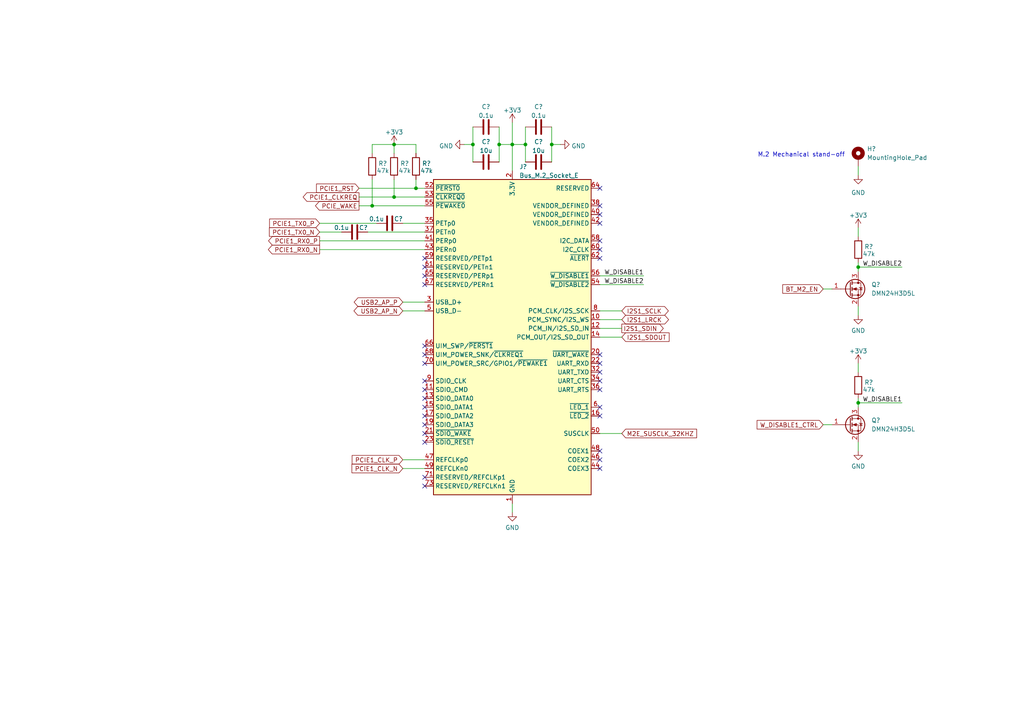
<source format=kicad_sch>
(kicad_sch (version 20211123) (generator eeschema)
  (paper "A4")
  (title_block (title "M.2 WiFi (Key E)") (date "2022-09-18") (rev "1.0"))
  (lib_symbols
    (symbol "Connector:Bus_M.2_Socket_E"
      (property "Reference" "J" (at -22.86 46.99 0))
      (property "Value" "Bus_M.2_Socket_E" (at 16.51 46.99 0))
      (symbol "Bus_M.2_Socket_E_0_1"
        (rectangle (start -22.86 45.72) (end 22.86 -45.72) (stroke (width 0.254)) (fill (type background)))
      )
      (symbol "Bus_M.2_Socket_E_1_1"
        (pin power_in line (at 0 -48.26 90) (length 2.54) (name "GND") (number "1"))
        (pin bidirectional line (at 25.4 5.08 180) (length 2.54) (name "PCM_SYNC/I2S_WS") (number "10"))
        (pin bidirectional line (at -25.4 -15.24 0) (length 2.54) (name "SDIO_CMD") (number "11"))
        (pin input line (at 25.4 2.54 180) (length 2.54) (name "PCM_IN/I2S_SD_IN") (number "12"))
        (pin bidirectional line (at -25.4 -17.78 0) (length 2.54) (name "SDIO_DATA0") (number "13"))
        (pin output line (at 25.4 0 180) (length 2.54) (name "PCM_OUT/I2S_SD_OUT") (number "14"))
        (pin bidirectional line (at -25.4 -20.32 0) (length 2.54) (name "SDIO_DATA1") (number "15"))
        (pin open_collector line (at 25.4 -22.86 180) (length 2.54) (name "~{LED_2}") (number "16"))
        (pin bidirectional line (at -25.4 -22.86 0) (length 2.54) (name "SDIO_DATA2") (number "17"))
        (pin passive line (at 0 -48.26 90) (length 2.54) hide (name "GND") (number "18"))
        (pin bidirectional line (at -25.4 -25.4 0) (length 2.54) (name "SDIO_DATA3") (number "19"))
        (pin power_in line (at 0 48.26 270) (length 2.54) (name "3.3V") (number "2"))
        (pin input line (at 25.4 -5.08 180) (length 2.54) (name "~{UART_WAKE}") (number "20"))
        (pin input line (at -25.4 -27.94 0) (length 2.54) (name "~{SDIO_WAKE}") (number "21"))
        (pin input line (at 25.4 -7.62 180) (length 2.54) (name "UART_RXD") (number "22"))
        (pin output line (at -25.4 -30.48 0) (length 2.54) (name "~{SDIO_RESET}") (number "23"))
        (pin bidirectional line (at -25.4 10.16 0) (length 2.54) (name "USB_D+") (number "3"))
        (pin output line (at 25.4 -10.16 180) (length 2.54) (name "UART_TXD") (number "32"))
        (pin passive line (at 0 -48.26 90) (length 2.54) hide (name "GND") (number "33"))
        (pin input line (at 25.4 -12.7 180) (length 2.54) (name "UART_CTS") (number "34"))
        (pin output line (at -25.4 33.02 0) (length 2.54) (name "PETp0") (number "35"))
        (pin output line (at 25.4 -15.24 180) (length 2.54) (name "UART_RTS") (number "36"))
        (pin output line (at -25.4 30.48 0) (length 2.54) (name "PETn0") (number "37"))
        (pin passive line (at 25.4 38.1 180) (length 2.54) (name "VENDOR_DEFINED") (number "38"))
        (pin passive line (at 0 -48.26 90) (length 2.54) hide (name "GND") (number "39"))
        (pin passive line (at 0 48.26 270) (length 2.54) hide (name "3.3V") (number "4"))
        (pin passive line (at 25.4 35.56 180) (length 2.54) (name "VENDOR_DEFINED") (number "40"))
        (pin input line (at -25.4 27.94 0) (length 2.54) (name "PERp0") (number "41"))
        (pin passive line (at 25.4 33.02 180) (length 2.54) (name "VENDOR_DEFINED") (number "42"))
        (pin input line (at -25.4 25.4 0) (length 2.54) (name "PERn0") (number "43"))
        (pin bidirectional line (at 25.4 -38.1 180) (length 2.54) (name "COEX3") (number "44"))
        (pin passive line (at 0 -48.26 90) (length 2.54) hide (name "GND") (number "45"))
        (pin bidirectional line (at 25.4 -35.56 180) (length 2.54) (name "COEX2") (number "46"))
        (pin output line (at -25.4 -35.56 0) (length 2.54) (name "REFCLKp0") (number "47"))
        (pin bidirectional line (at 25.4 -33.02 180) (length 2.54) (name "COEX1") (number "48"))
        (pin output line (at -25.4 -38.1 0) (length 2.54) (name "REFCLKn0") (number "49"))
        (pin bidirectional line (at -25.4 7.62 0) (length 2.54) (name "USB_D-") (number "5"))
        (pin output line (at 25.4 -27.94 180) (length 2.54) (name "SUSCLK") (number "50"))
        (pin passive line (at 0 -48.26 90) (length 2.54) hide (name "GND") (number "51"))
        (pin output line (at -25.4 43.18 0) (length 2.54) (name "~{PERST0}") (number "52"))
        (pin bidirectional line (at -25.4 40.64 0) (length 2.54) (name "~{CLKREQ0}") (number "53"))
        (pin output line (at 25.4 15.24 180) (length 2.54) (name "~{W_DISABLE2}") (number "54"))
        (pin bidirectional line (at -25.4 38.1 0) (length 2.54) (name "~{PEWAKE0}") (number "55"))
        (pin output line (at 25.4 17.78 180) (length 2.54) (name "~{W_DISABLE1}") (number "56"))
        (pin passive line (at 0 -48.26 90) (length 2.54) hide (name "GND") (number "57"))
        (pin bidirectional line (at 25.4 27.94 180) (length 2.54) (name "I2C_DATA") (number "58"))
        (pin output line (at -25.4 22.86 0) (length 2.54) (name "RESERVED/PETp1") (number "59"))
        (pin open_collector line (at 25.4 -20.32 180) (length 2.54) (name "~{LED_1}") (number "6"))
        (pin output line (at 25.4 25.4 180) (length 2.54) (name "I2C_CLK") (number "60"))
        (pin output line (at -25.4 20.32 0) (length 2.54) (name "RESERVED/PETn1") (number "61"))
        (pin input line (at 25.4 22.86 180) (length 2.54) (name "~{ALERT}") (number "62"))
        (pin passive line (at 0 -48.26 90) (length 2.54) hide (name "GND") (number "63"))
        (pin passive line (at 25.4 43.18 180) (length 2.54) (name "RESERVED") (number "64"))
        (pin input line (at -25.4 17.78 0) (length 2.54) (name "RESERVED/PERp1") (number "65"))
        (pin output line (at -25.4 -2.54 0) (length 2.54) (name "UIM_SWP/~{PERST1}") (number "66"))
        (pin input line (at -25.4 15.24 0) (length 2.54) (name "RESERVED/PERn1") (number "67"))
        (pin bidirectional line (at -25.4 -5.08 0) (length 2.54) (name "UIM_POWER_SNK/~{CLKREQ1}") (number "68"))
        (pin passive line (at 0 -48.26 90) (length 2.54) hide (name "GND") (number "69"))
        (pin passive line (at 0 -48.26 90) (length 2.54) hide (name "GND") (number "7"))
        (pin bidirectional line (at -25.4 -7.62 0) (length 2.54) (name "UIM_POWER_SRC/GPIO1/~{PEWAKE1}") (number "70"))
        (pin output line (at -25.4 -40.64 0) (length 2.54) (name "RESERVED/REFCLKp1") (number "71"))
        (pin passive line (at 0 48.26 270) (length 2.54) hide (name "3.3V") (number "72"))
        (pin output line (at -25.4 -43.18 0) (length 2.54) (name "RESERVED/REFCLKn1") (number "73"))
        (pin passive line (at 0 48.26 270) (length 2.54) hide (name "3.3V") (number "74"))
        (pin passive line (at 0 -48.26 90) (length 2.54) hide (name "GND") (number "75"))
        (pin bidirectional line (at 25.4 7.62 180) (length 2.54) (name "PCM_CLK/I2S_SCK") (number "8"))
        (pin output line (at -25.4 -12.7 0) (length 2.54) (name "SDIO_CLK") (number "9"))
      )
    )
    (symbol "Device:C" (pin_numbers hide) (pin_names (offset 0.254))
      (property "Reference" "C" (at 0.635 2.54 0))
      (property "Value" "C" (at 0.635 -2.54 0))
      (symbol "C_0_1"
        (polyline (pts (xy -2.032 -0.762) (xy 2.032 -0.762)) (stroke (width 0.508)))
        (polyline (pts (xy -2.032 0.762) (xy 2.032 0.762)) (stroke (width 0.508)))
      )
      (symbol "C_1_1"
        (pin passive line (at 0 3.81 270) (length 2.794) (name "~") (number "1"))
        (pin passive line (at 0 -3.81 90) (length 2.794) (name "~") (number "2"))
      )
    )
    (symbol "Device:R" (pin_numbers hide) (pin_names (offset 0))
      (property "Reference" "R" (at 2.032 0 90))
      (property "Value" "R" (at 0 0 90))
      (symbol "R_0_1"
        (rectangle (start -1.016 -2.54) (end 1.016 2.54) (stroke (width 0.254)))
      )
      (symbol "R_1_1"
        (pin passive line (at 0 3.81 270) (length 1.27) (name "~") (number "1"))
        (pin passive line (at 0 -3.81 90) (length 1.27) (name "~") (number "2"))
      )
    )
    (symbol "Mechanical:MountingHole_Pad" (pin_numbers hide) (pin_names (offset 1.016) hide)
      (property "Reference" "H" (at 0 6.35 0))
      (property "Value" "MountingHole_Pad" (at 0 4.445 0))
      (symbol "MountingHole_Pad_0_1"
        (circle (center 0 1.27) (radius 1.27) (stroke (width 1.27)))
      )
      (symbol "MountingHole_Pad_1_1"
        (pin input line (at 0 -2.54 90) (length 2.54) (name "1") (number "1"))
      )
    )
    (symbol "Transistor_FET:DMN24H3D5L" (pin_names hide)
      (property "Reference" "Q" (at 5.08 1.905 0))
      (property "Value" "DMN24H3D5L" (at 5.08 0 0))
      (symbol "DMN24H3D5L_0_1"
        (polyline (pts (xy 0.254 0) (xy -2.54 0)))
        (polyline (pts (xy 0.254 1.905) (xy 0.254 -1.905)) (stroke (width 0.254)))
        (polyline (pts (xy 0.762 -1.27) (xy 0.762 -2.286)) (stroke (width 0.254)))
        (polyline (pts (xy 0.762 0.508) (xy 0.762 -0.508)) (stroke (width 0.254)))
        (polyline (pts (xy 0.762 2.286) (xy 0.762 1.27)) (stroke (width 0.254)))
        (polyline (pts (xy 2.54 2.54) (xy 2.54 1.778)))
        (polyline (pts (xy 2.54 -2.54) (xy 2.54 0) (xy 0.762 0)))
        (polyline (pts (xy 0.762 -1.778) (xy 3.302 -1.778) (xy 3.302 1.778) (xy 0.762 1.778)))
        (polyline (pts (xy 1.016 0) (xy 2.032 0.381) (xy 2.032 -0.381) (xy 1.016 0)) (fill (type outline)))
        (polyline (pts (xy 2.794 0.508) (xy 2.921 0.381) (xy 3.683 0.381) (xy 3.81 0.254)))
        (polyline (pts (xy 3.302 0.381) (xy 2.921 -0.254) (xy 3.683 -0.254) (xy 3.302 0.381)))
        (circle (center 1.651 0) (radius 2.794) (stroke (width 0.254)))
        (circle (center 2.54 -1.778) (radius 0.254) (fill (type outline)))
        (circle (center 2.54 1.778) (radius 0.254) (fill (type outline)))
      )
      (symbol "DMN24H3D5L_1_1"
        (pin input line (at -5.08 0 0) (length 2.54) (name "G") (number "1"))
        (pin passive line (at 2.54 -5.08 90) (length 2.54) (name "S") (number "2"))
        (pin passive line (at 2.54 5.08 270) (length 2.54) (name "D") (number "3"))
      )
    )
    (symbol "power:+3.3V" (power) (pin_names (offset 0))
      (property "Value" "+3.3V" (at 0 3.556 0))
      (symbol "+3.3V_0_1"
        (polyline (pts (xy -0.762 1.27) (xy 0 2.54)))
        (polyline (pts (xy 0 0) (xy 0 2.54)))
        (polyline (pts (xy 0 2.54) (xy 0.762 1.27)))
      )
      (symbol "+3.3V_1_1"
        (pin power_in line (at 0 0 90) (length 0) hide (name "+3V3") (number "1"))
      )
    )
    (symbol "power:GND" (power) (pin_names (offset 0))
      (property "Value" "GND" (at 0 -3.81 0))
      (symbol "GND_0_1"
        (polyline (pts (xy 0 0) (xy 0 -1.27) (xy 1.27 -1.27) (xy 0 -2.54) (xy -1.27 -1.27) (xy 0 -1.27)))
      )
      (symbol "GND_1_1"
        (pin power_in line (at 0 0 270) (length 0) hide (name "GND") (number "1"))
      )
    )
  )
  (junction (at 137.16 41.91))
  (junction (at 144.78 41.91))
  (junction (at 148.59 41.91))
  (junction (at 114.3 41.91))
  (junction (at 114.3 57.15))
  (junction (at 248.92 77.47))
  (junction (at 152.4 41.91))
  (junction (at 248.92 116.84))
  (junction (at 160.02 41.91))
  (junction (at 120.65 54.61))
  (junction (at 107.95 59.69))
  (no_connect (at 173.99 102.87))
  (no_connect (at 123.19 140.97))
  (no_connect (at 123.19 138.43))
  (no_connect (at 123.19 82.55))
  (no_connect (at 123.19 80.01))
  (no_connect (at 123.19 77.47))
  (no_connect (at 123.19 74.93))
  (no_connect (at 173.99 130.81))
  (no_connect (at 173.99 133.35))
  (no_connect (at 173.99 135.89))
  (no_connect (at 173.99 120.65))
  (no_connect (at 173.99 118.11))
  (no_connect (at 123.19 100.33))
  (no_connect (at 123.19 102.87))
  (no_connect (at 123.19 105.41))
  (no_connect (at 173.99 59.69))
  (no_connect (at 173.99 54.61))
  (no_connect (at 173.99 64.77))
  (no_connect (at 173.99 62.23))
  (no_connect (at 173.99 72.39))
  (no_connect (at 173.99 69.85))
  (no_connect (at 173.99 105.41))
  (no_connect (at 173.99 107.95))
  (no_connect (at 173.99 110.49))
  (no_connect (at 173.99 113.03))
  (no_connect (at 173.99 74.93))
  (no_connect (at 123.19 115.57))
  (no_connect (at 123.19 113.03))
  (no_connect (at 123.19 110.49))
  (no_connect (at 123.19 123.19))
  (no_connect (at 123.19 120.65))
  (no_connect (at 123.19 118.11))
  (no_connect (at 123.19 128.27))
  (no_connect (at 123.19 125.73))
  (wire (pts (xy 120.65 44.45) (xy 120.65 41.91)))
  (wire (pts (xy 148.59 146.05) (xy 148.59 148.59)))
  (wire (pts (xy 116.84 87.63) (xy 123.19 87.63)))
  (wire (pts (xy 120.65 41.91) (xy 114.3 41.91)))
  (wire (pts (xy 248.92 128.27) (xy 248.92 130.81)))
  (wire (pts (xy 104.14 59.69) (xy 107.95 59.69)))
  (wire (pts (xy 173.99 125.73) (xy 180.34 125.73)))
  (wire (pts (xy 114.3 52.07) (xy 114.3 57.15)))
  (wire (pts (xy 248.92 115.57) (xy 248.92 116.84)))
  (wire (pts (xy 238.76 123.19) (xy 241.3 123.19)))
  (wire (pts (xy 116.84 90.17) (xy 123.19 90.17)))
  (wire (pts (xy 173.99 82.55) (xy 186.69 82.55)))
  (wire (pts (xy 248.92 77.47) (xy 248.92 78.74)))
  (wire (pts (xy 137.16 36.83) (xy 137.16 41.91)))
  (wire (pts (xy 107.95 44.45) (xy 107.95 41.91)))
  (wire (pts (xy 160.02 41.91) (xy 162.56 41.91)))
  (wire (pts (xy 92.71 69.85) (xy 123.19 69.85)))
  (wire (pts (xy 248.92 76.2) (xy 248.92 77.47)))
  (wire (pts (xy 238.76 83.82) (xy 241.3 83.82)))
  (wire (pts (xy 116.84 133.35) (xy 123.19 133.35)))
  (wire (pts (xy 248.92 77.47) (xy 261.62 77.47)))
  (wire (pts (xy 106.68 67.31) (xy 123.19 67.31)))
  (wire (pts (xy 144.78 41.91) (xy 148.59 41.91)))
  (wire (pts (xy 120.65 54.61) (xy 123.19 54.61)))
  (wire (pts (xy 107.95 41.91) (xy 114.3 41.91)))
  (wire (pts (xy 144.78 41.91) (xy 144.78 46.99)))
  (wire (pts (xy 104.14 54.61) (xy 120.65 54.61)))
  (wire (pts (xy 144.78 36.83) (xy 144.78 41.91)))
  (wire (pts (xy 123.19 57.15) (xy 114.3 57.15)))
  (wire (pts (xy 248.92 116.84) (xy 261.62 116.84)))
  (wire (pts (xy 248.92 116.84) (xy 248.92 118.11)))
  (wire (pts (xy 137.16 41.91) (xy 137.16 46.99)))
  (wire (pts (xy 148.59 35.56) (xy 148.59 41.91)))
  (wire (pts (xy 92.71 64.77) (xy 109.22 64.77)))
  (wire (pts (xy 152.4 41.91) (xy 152.4 46.99)))
  (wire (pts (xy 114.3 41.91) (xy 114.3 44.45)))
  (wire (pts (xy 107.95 52.07) (xy 107.95 59.69)))
  (wire (pts (xy 173.99 80.01) (xy 186.69 80.01)))
  (wire (pts (xy 248.92 48.26) (xy 248.92 50.8)))
  (wire (pts (xy 173.99 95.25) (xy 180.34 95.25)))
  (wire (pts (xy 160.02 36.83) (xy 160.02 41.91)))
  (wire (pts (xy 248.92 105.41) (xy 248.92 107.95)))
  (wire (pts (xy 104.14 57.15) (xy 114.3 57.15)))
  (wire (pts (xy 107.95 59.69) (xy 123.19 59.69)))
  (wire (pts (xy 160.02 41.91) (xy 160.02 46.99)))
  (wire (pts (xy 148.59 41.91) (xy 152.4 41.91)))
  (wire (pts (xy 148.59 41.91) (xy 148.59 49.53)))
  (wire (pts (xy 92.71 67.31) (xy 99.06 67.31)))
  (wire (pts (xy 173.99 97.79) (xy 180.34 97.79)))
  (wire (pts (xy 173.99 90.17) (xy 180.34 90.17)))
  (wire (pts (xy 92.71 72.39) (xy 123.19 72.39)))
  (wire (pts (xy 120.65 52.07) (xy 120.65 54.61)))
  (wire (pts (xy 116.84 135.89) (xy 123.19 135.89)))
  (wire (pts (xy 248.92 66.04) (xy 248.92 68.58)))
  (wire (pts (xy 248.92 88.9) (xy 248.92 91.44)))
  (wire (pts (xy 152.4 36.83) (xy 152.4 41.91)))
  (wire (pts (xy 173.99 92.71) (xy 180.34 92.71)))
  (wire (pts (xy 116.84 64.77) (xy 123.19 64.77)))
  (wire (pts (xy 134.62 41.91) (xy 137.16 41.91)))
  (text "M.2 Mechanical stand-off" (at 245.11 45.72 180) (effects (font (size 1.27 1.27)) (justify right bottom)))
  (label "W_DISABLE2" (at 261.62 77.47 180))
  (label "W_DISABLE2" (at 186.69 82.55 180))
  (label "W_DISABLE1" (at 261.62 116.84 180))
  (label "W_DISABLE1" (at 186.69 80.01 180))
  (global_label "PCIE1_CLKREQ" (shape output) (at 104.14 57.15 180) (property "Intersheet References" "${INTERSHEET_REFS}" (effects hide)))
  (global_label "I2S1_LRCK" (shape bidirectional) (at 180.34 92.71 0) (property "Intersheet References" "${INTERSHEET_REFS}" (effects hide)))
  (global_label "W_DISABLE1_CTRL" (shape input) (at 238.76 123.19 180) (property "Intersheet References" "${INTERSHEET_REFS}" (effects hide)))
  (global_label "PCIE1_TX0_N" (shape input) (at 92.71 67.31 180) (property "Intersheet References" "${INTERSHEET_REFS}" (effects hide)))
  (global_label "I2S1_SDOUT" (shape input) (at 180.34 97.79 0) (property "Intersheet References" "${INTERSHEET_REFS}" (effects hide)))
  (global_label "I2S1_SDIN" (shape output) (at 180.34 95.25 0) (property "Intersheet References" "${INTERSHEET_REFS}" (effects hide)))
  (global_label "PCIE1_RST" (shape input) (at 104.14 54.61 180) (property "Intersheet References" "${INTERSHEET_REFS}" (effects hide)))
  (global_label "PCIE1_TX0_P" (shape input) (at 92.71 64.77 180) (property "Intersheet References" "${INTERSHEET_REFS}" (effects hide)))
  (global_label "PCIE_WAKE" (shape output) (at 104.14 59.69 180) (property "Intersheet References" "${INTERSHEET_REFS}" (effects hide)))
  (global_label "PCIE1_CLK_P" (shape input) (at 116.84 133.35 180) (property "Intersheet References" "${INTERSHEET_REFS}" (effects hide)))
  (global_label "PCIE1_RX0_N" (shape output) (at 92.71 72.39 180) (property "Intersheet References" "${INTERSHEET_REFS}" (effects hide)))
  (global_label "PCIE1_CLK_N" (shape input) (at 116.84 135.89 180) (property "Intersheet References" "${INTERSHEET_REFS}" (effects hide)))
  (global_label "I2S1_SCLK" (shape bidirectional) (at 180.34 90.17 0) (property "Intersheet References" "${INTERSHEET_REFS}" (effects hide)))
  (global_label "USB2_AP_P" (shape bidirectional) (at 116.84 87.63 180) (property "Intersheet References" "${INTERSHEET_REFS}" (effects hide)))
  (global_label "M2E_SUSCLK_32KHZ" (shape input) (at 180.34 125.73 0) (property "Intersheet References" "${INTERSHEET_REFS}" (effects hide)))
  (global_label "BT_M2_EN" (shape input) (at 238.76 83.82 180) (property "Intersheet References" "${INTERSHEET_REFS}" (effects hide)))
  (global_label "PCIE1_RX0_P" (shape output) (at 92.71 69.85 180) (property "Intersheet References" "${INTERSHEET_REFS}" (effects hide)))
  (global_label "USB2_AP_N" (shape bidirectional) (at 116.84 90.17 180) (property "Intersheet References" "${INTERSHEET_REFS}" (effects hide)))
  (symbol (lib_id "power:+3.3V") (at 248.92 105.41 0) (unit 1)
    (property "Reference" "#PWR?" (effects hide))
    (property "Value" "+3.3V" (at 248.92 101.8342 0))
  )
  (symbol (lib_id "power:GND") (at 248.92 50.8 0) (unit 1)
    (property "Reference" "#PWR?" (effects hide))
    (property "Value" "GND" (at 248.92 55.88 0))
  )
  (symbol (lib_id "Device:C") (at 102.87 67.31 90) (unit 1)
    (property "Reference" "C?" (at 105.41 66.04 90))
    (property "Value" "0.1u" (at 99.06 66.04 90))
  )
  (symbol (lib_id "Device:C") (at 156.21 46.99 90) (unit 1)
    (property "Reference" "C?" (at 156.21 41.1312 90))
    (property "Value" "10u" (at 156.21 43.6681 90))
  )
  (symbol (lib_id "Device:C") (at 156.21 36.83 90) (unit 1)
    (property "Reference" "C?" (at 156.21 30.9712 90))
    (property "Value" "0.1u" (at 156.21 33.5081 90))
  )
  (symbol (lib_id "Device:C") (at 113.03 64.77 90) (unit 1)
    (property "Reference" "C?" (at 115.57 63.5 90))
    (property "Value" "0.1u" (at 109.22 63.5 90))
  )
  (symbol (lib_id "power:GND") (at 134.62 41.91 270) (unit 1)
    (property "Reference" "#PWR?" (effects hide))
    (property "Value" "GND" (at 131.4451 42.3438 90) (effects (justify right)))
  )
  (symbol (lib_id "Device:R") (at 248.92 111.76 0) (unit 1)
    (property "Reference" "R?" (at 250.698 110.9253 0) (effects (justify left)))
    (property "Value" "47k" (at 250.19 113.03 0) (effects (justify left)))
  )
  (symbol (lib_id "Transistor_FET:DMN24H3D5L") (at 246.38 83.82 0) (unit 1)
    (property "Reference" "Q?" (at 252.73 82.5499 0) (effects (justify left)))
    (property "Value" "DMN24H3D5L" (at 252.73 85.0899 0) (effects (justify left)))
    (property "Footprint" "Package_TO_SOT_SMD:SOT-23" (effects hide))
    (property "Datasheet" "http://www.diodes.com/assets/Datasheets/DMN24H3D5L.pdf" (effects hide))
  )
  (symbol (lib_id "Mechanical:MountingHole_Pad") (at 248.92 45.72 0) (unit 1)
    (property "Reference" "H?" (at 251.46 43.1799 0) (effects (justify left)))
    (property "Value" "MountingHole_Pad" (at 251.46 45.7199 0) (effects (justify left)))
  )
  (symbol (lib_id "power:GND") (at 248.92 91.44 0) (unit 1)
    (property "Reference" "#PWR?" (effects hide))
    (property "Value" "GND" (at 248.92 95.8834 0))
  )
  (symbol (lib_id "Device:R") (at 120.65 48.26 0) (unit 1)
    (property "Reference" "R?" (at 122.428 47.4253 0) (effects (justify left)))
    (property "Value" "47k" (at 121.92 49.53 0) (effects (justify left)))
  )
  (symbol (lib_id "power:+3.3V") (at 248.92 66.04 0) (unit 1)
    (property "Reference" "#PWR?" (effects hide))
    (property "Value" "+3.3V" (at 248.92 62.4642 0))
  )
  (symbol (lib_id "power:GND") (at 162.56 41.91 90) (unit 1)
    (property "Reference" "#PWR?" (effects hide))
    (property "Value" "GND" (at 165.735 42.3438 90) (effects (justify right)))
  )
  (symbol (lib_id "Device:R") (at 248.92 72.39 0) (unit 1)
    (property "Reference" "R?" (at 250.698 71.5553 0) (effects (justify left)))
    (property "Value" "47k" (at 250.19 73.66 0) (effects (justify left)))
  )
  (symbol (lib_id "Device:R") (at 107.95 48.26 0) (unit 1)
    (property "Reference" "R?" (at 109.728 47.4253 0) (effects (justify left)))
    (property "Value" "47k" (at 109.22 49.53 0) (effects (justify left)))
  )
  (symbol (lib_id "Device:C") (at 140.97 46.99 90) (unit 1)
    (property "Reference" "C?" (at 140.97 41.1312 90))
    (property "Value" "10u" (at 140.97 43.6681 90))
  )
  (symbol (lib_id "Transistor_FET:DMN24H3D5L") (at 246.38 123.19 0) (unit 1)
    (property "Reference" "Q?" (at 252.73 121.9199 0) (effects (justify left)))
    (property "Value" "DMN24H3D5L" (at 252.73 124.4599 0) (effects (justify left)))
    (property "Footprint" "Package_TO_SOT_SMD:SOT-23" (effects hide))
    (property "Datasheet" "http://www.diodes.com/assets/Datasheets/DMN24H3D5L.pdf" (effects hide))
  )
  (symbol (lib_id "Device:R") (at 114.3 48.26 0) (unit 1)
    (property "Reference" "R?" (at 116.078 47.4253 0) (effects (justify left)))
    (property "Value" "47k" (at 115.57 49.53 0) (effects (justify left)))
  )
  (symbol (lib_id "Device:C") (at 140.97 36.83 90) (unit 1)
    (property "Reference" "C?" (at 140.97 30.9712 90))
    (property "Value" "0.1u" (at 140.97 33.5081 90))
  )
  (symbol (lib_id "power:GND") (at 248.92 130.81 0) (unit 1)
    (property "Reference" "#PWR?" (effects hide))
    (property "Value" "GND" (at 248.92 135.2534 0))
  )
  (symbol (lib_id "power:GND") (at 148.59 148.59 0) (unit 1)
    (property "Reference" "#PWR?" (effects hide))
    (property "Value" "GND" (at 148.59 153.0334 0))
  )
  (symbol (lib_id "Connector:Bus_M.2_Socket_E") (at 148.59 97.79 0) (unit 1)
    (property "Reference" "J?" (at 150.6094 48.3702 0) (effects (justify left)))
    (property "Value" "Bus_M.2_Socket_E" (at 150.6094 50.9071 0) (effects (justify left)))
    (property "Datasheet" "http://read.pudn.com/downloads794/doc/project/3133918/PCIe_M.2_Electromechanical_Spec_Rev1.0_Final_11012013_RS_Clean.pdf#page=150" (effects hide))
  )
  (symbol (lib_id "power:+3.3V") (at 114.3 41.91 0) (unit 1)
    (property "Reference" "#PWR?" (effects hide))
    (property "Value" "+3.3V" (at 114.3 38.3342 0))
  )
  (symbol (lib_id "power:+3.3V") (at 148.59 35.56 0) (unit 1)
    (property "Reference" "#PWR?" (effects hide))
    (property "Value" "+3.3V" (at 148.59 31.9842 0))
  )
)
</source>
